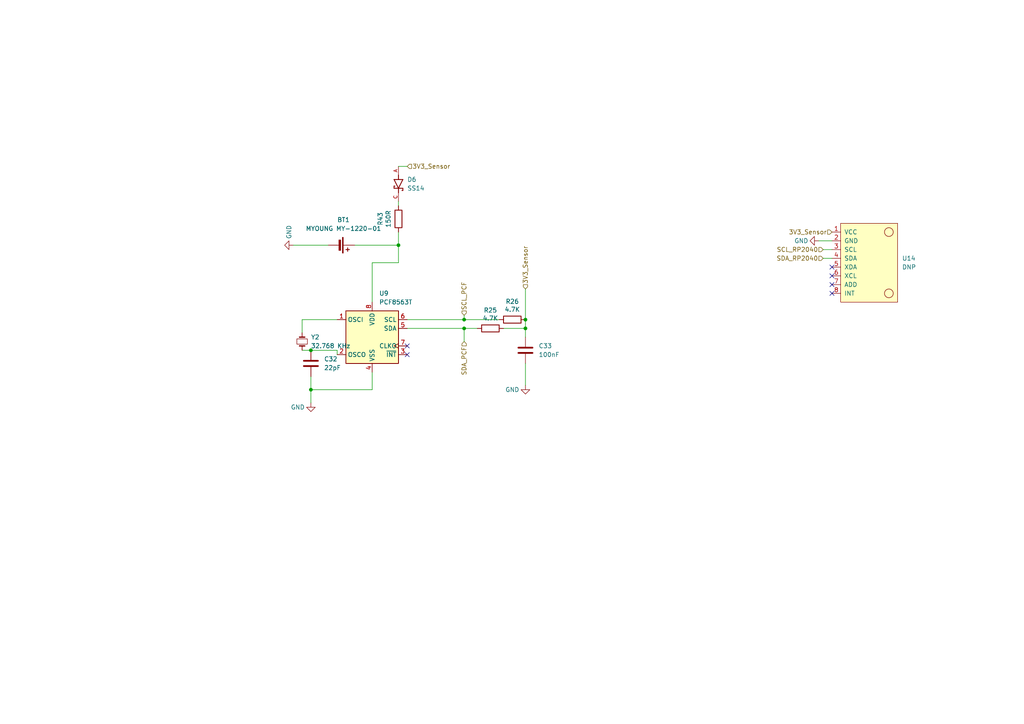
<source format=kicad_sch>
(kicad_sch (version 20231120) (generator "eeschema") (generator_version "8.0")
  (paper "A4")
  (lib_symbols
    (symbol "Device:Battery_Cell" (pin_numbers hide) (pin_names (offset 0) hide)
      (property "Reference" "BT" (at 2.54 2.54 0))
      (property "Value" "Battery_Cell" (at 2.54 0 0))
      (symbol "Battery_Cell_0_1"
        (rectangle (start -2.286 1.778) (end 2.286 1.524) (fill (type outline)))
        (rectangle (start -1.524 1.016) (end 1.524 0.508) (fill (type outline)))
        (polyline (pts (xy 0 0.762) (xy 0 0)))
        (polyline (pts (xy 0 1.778) (xy 0 2.54)))
        (polyline (pts (xy 0.762 3.048) (xy 1.778 3.048)) (stroke (width 0.254)))
        (polyline (pts (xy 1.27 3.556) (xy 1.27 2.54)) (stroke (width 0.254)))
      )
      (symbol "Battery_Cell_1_1"
        (pin passive line (at 0 5.08 270) (length 2.54) (name "+") (number "1"))
        (pin passive line (at 0 -2.54 90) (length 2.54) (name "-") (number "2"))
      )
    )
    (symbol "Device:C" (pin_numbers hide) (pin_names (offset 0.254))
      (property "Reference" "C" (at 0.635 2.54 0))
      (property "Value" "C" (at 0.635 -2.54 0))
      (symbol "C_0_1"
        (polyline (pts (xy -2.032 -0.762) (xy 2.032 -0.762)) (stroke (width 0.508)))
        (polyline (pts (xy -2.032 0.762) (xy 2.032 0.762)) (stroke (width 0.508)))
      )
      (symbol "C_1_1"
        (pin passive line (at 0 3.81 270) (length 2.794) (name "~") (number "1"))
        (pin passive line (at 0 -3.81 90) (length 2.794) (name "~") (number "2"))
      )
    )
    (symbol "Device:Crystal_Small" (pin_numbers hide) (pin_names (offset 1.016) hide)
      (property "Reference" "Y" (at 0 2.54 0))
      (property "Value" "Crystal_Small" (at 0 -2.54 0))
      (symbol "Crystal_Small_0_1"
        (rectangle (start -0.762 -1.524) (end 0.762 1.524))
        (polyline (pts (xy -1.27 -0.762) (xy -1.27 0.762)) (stroke (width 0.381)))
        (polyline (pts (xy 1.27 -0.762) (xy 1.27 0.762)) (stroke (width 0.381)))
      )
      (symbol "Crystal_Small_1_1"
        (pin passive line (at -2.54 0 0) (length 1.27) (name "1") (number "1"))
        (pin passive line (at 2.54 0 180) (length 1.27) (name "2") (number "2"))
      )
    )
    (symbol "Device:R" (pin_numbers hide) (pin_names (offset 0))
      (property "Reference" "R" (at 2.032 0 90))
      (property "Value" "R" (at 0 0 90))
      (symbol "R_0_1"
        (rectangle (start -1.016 -2.54) (end 1.016 2.54) (stroke (width 0.254)))
      )
      (symbol "R_1_1"
        (pin passive line (at 0 3.81 270) (length 1.27) (name "~") (number "1"))
        (pin passive line (at 0 -3.81 90) (length 1.27) (name "~") (number "2"))
      )
    )
    (symbol "SS14:SS14" (pin_names (offset 1.016))
      (property "Reference" "D" (at -5.08 2.54 0))
      (property "Value" "SS14" (at -5.08 -3.81 0))
      (symbol "SS14_0_0"
        (polyline (pts (xy -2.54 0) (xy -1.27 0)) (stroke (width 0.254)))
        (polyline (pts (xy -1.27 -1.27) (xy 1.27 0)) (stroke (width 0.254)))
        (polyline (pts (xy -1.27 0) (xy -1.27 -1.27)) (stroke (width 0.254)))
        (polyline (pts (xy -1.27 1.27) (xy -1.27 0)) (stroke (width 0.254)))
        (polyline (pts (xy 0.635 -1.016) (xy 0.635 -1.27)) (stroke (width 0.254)))
        (polyline (pts (xy 1.27 -1.27) (xy 0.635 -1.27)) (stroke (width 0.254)))
        (polyline (pts (xy 1.27 0) (xy -1.27 1.27)) (stroke (width 0.254)))
        (polyline (pts (xy 1.27 0) (xy 1.27 -1.27)) (stroke (width 0.254)))
        (polyline (pts (xy 1.27 1.27) (xy 1.27 0)) (stroke (width 0.254)))
        (polyline (pts (xy 1.905 1.27) (xy 1.27 1.27)) (stroke (width 0.254)))
        (polyline (pts (xy 1.905 1.27) (xy 1.905 1.016)) (stroke (width 0.254)))
        (polyline (pts (xy 2.54 0) (xy 1.27 0)) (stroke (width 0.254)))
        (pin passive line (at -5.08 0 0) (length 2.54) (name "~") (number "A"))
        (pin passive line (at 5.08 0 180) (length 2.54) (name "~") (number "C"))
      )
    )
    (symbol "SensorModule:module_mpu6050" (pin_names (offset 1.016))
      (property "Reference" "U" (at 2.54 21.59 0))
      (property "Value" "module_mpu6050" (at 11.43 -3.81 0))
      (symbol "module_mpu6050_0_1"
        (rectangle (start 2.54 20.32) (end 19.05 -2.54) (fill (type background)))
        (circle (center 16.51 0) (radius 1.27))
        (circle (center 16.51 17.78) (radius 1.27))
      )
      (symbol "module_mpu6050_1_1"
        (pin input line (at 0 17.78 0) (length 2.54) (name "VCC") (number "1"))
        (pin input line (at 0 15.24 0) (length 2.54) (name "GND") (number "2"))
        (pin input line (at 0 12.7 0) (length 2.54) (name "SCL") (number "3"))
        (pin input line (at 0 10.16 0) (length 2.54) (name "SDA") (number "4"))
        (pin input line (at 0 7.62 0) (length 2.54) (name "XDA") (number "5"))
        (pin input line (at 0 5.08 0) (length 2.54) (name "XCL") (number "6"))
        (pin input line (at 0 2.54 0) (length 2.54) (name "ADD") (number "7"))
        (pin input line (at 0 0 0) (length 2.54) (name "INT") (number "8"))
      )
    )
    (symbol "Timer_RTC:PCF8563T"
      (property "Reference" "U" (at -7.62 8.89 0))
      (property "Value" "PCF8563T" (at 2.54 8.89 0))
      (symbol "PCF8563T_0_1"
        (rectangle (start -7.62 7.62) (end 7.62 -7.62) (stroke (width 0.254)) (fill (type background)))
      )
      (symbol "PCF8563T_1_1"
        (pin input line (at -10.16 5.08 0) (length 2.54) (name "OSCI") (number "1"))
        (pin output line (at -10.16 -5.08 0) (length 2.54) (name "OSCO") (number "2"))
        (pin output line (at 10.16 -5.08 180) (length 2.54) (name "~{INT}") (number "3"))
        (pin power_in line (at 0 -10.16 90) (length 2.54) (name "VSS") (number "4"))
        (pin bidirectional line (at 10.16 2.54 180) (length 2.54) (name "SDA") (number "5"))
        (pin input line (at 10.16 5.08 180) (length 2.54) (name "SCL") (number "6"))
        (pin output clock (at 10.16 -2.54 180) (length 2.54) (name "CLKO") (number "7"))
        (pin power_in line (at 0 10.16 270) (length 2.54) (name "VDD") (number "8"))
      )
    )
    (symbol "power:GND" (power) (pin_names (offset 0))
      (property "Value" "GND" (at 0 -3.81 0))
      (symbol "GND_0_1"
        (polyline (pts (xy 0 0) (xy 0 -1.27) (xy 1.27 -1.27) (xy 0 -2.54) (xy -1.27 -1.27) (xy 0 -1.27)))
      )
      (symbol "GND_1_1"
        (pin power_in line (at 0 0 270) (length 0) hide (name "GND") (number "1"))
      )
    )
  )
  (junction (at 115.57 71.12))
  (junction (at 90.17 113.03))
  (junction (at 134.62 92.71))
  (junction (at 152.4 92.71))
  (junction (at 90.17 101.6))
  (junction (at 134.62 95.25))
  (junction (at 152.4 95.25))
  (no_connect (at 241.3 80.01))
  (no_connect (at 241.3 82.55))
  (no_connect (at 118.11 102.87))
  (no_connect (at 118.11 100.33))
  (no_connect (at 241.3 85.09))
  (no_connect (at 241.3 77.47))
  (wire (pts (xy 97.79 92.71) (xy 87.63 92.71)))
  (wire (pts (xy 134.62 91.44) (xy 134.62 92.71)))
  (wire (pts (xy 115.57 76.2) (xy 115.57 71.12)))
  (wire (pts (xy 90.17 101.6) (xy 97.79 101.6)))
  (wire (pts (xy 134.62 95.25) (xy 134.62 99.06)))
  (wire (pts (xy 237.49 69.85) (xy 241.3 69.85)))
  (wire (pts (xy 87.63 101.6) (xy 90.17 101.6)))
  (wire (pts (xy 152.4 92.71) (xy 152.4 95.25)))
  (wire (pts (xy 87.63 92.71) (xy 87.63 96.52)))
  (wire (pts (xy 238.76 72.39) (xy 241.3 72.39)))
  (wire (pts (xy 146.05 95.25) (xy 152.4 95.25)))
  (wire (pts (xy 107.95 107.95) (xy 107.95 113.03)))
  (wire (pts (xy 144.78 92.71) (xy 134.62 92.71)))
  (wire (pts (xy 238.76 74.93) (xy 241.3 74.93)))
  (wire (pts (xy 85.09 71.12) (xy 95.25 71.12)))
  (wire (pts (xy 152.4 83.82) (xy 152.4 92.71)))
  (wire (pts (xy 102.87 71.12) (xy 115.57 71.12)))
  (wire (pts (xy 134.62 92.71) (xy 118.11 92.71)))
  (wire (pts (xy 107.95 76.2) (xy 115.57 76.2)))
  (wire (pts (xy 90.17 116.84) (xy 90.17 113.03)))
  (wire (pts (xy 138.43 95.25) (xy 134.62 95.25)))
  (wire (pts (xy 152.4 95.25) (xy 152.4 97.79)))
  (wire (pts (xy 134.62 95.25) (xy 118.11 95.25)))
  (wire (pts (xy 90.17 113.03) (xy 90.17 109.22)))
  (wire (pts (xy 118.11 48.26) (xy 115.57 48.26)))
  (wire (pts (xy 115.57 67.31) (xy 115.57 71.12)))
  (wire (pts (xy 107.95 113.03) (xy 90.17 113.03)))
  (wire (pts (xy 115.57 59.69) (xy 115.57 58.42)))
  (wire (pts (xy 152.4 105.41) (xy 152.4 111.76)))
  (wire (pts (xy 107.95 87.63) (xy 107.95 76.2)))
  (wire (pts (xy 97.79 101.6) (xy 97.79 102.87)))
  (hierarchical_label "3V3_Sensor" (shape input) (at 241.3 67.31 180))
  (hierarchical_label "3V3_Sensor" (shape input) (at 118.11 48.26 0))
  (hierarchical_label "SDA_RP2040" (shape input) (at 238.76 74.93 180))
  (hierarchical_label "SCL_PCF" (shape input) (at 134.62 91.44 90))
  (hierarchical_label "3V3_Sensor" (shape input) (at 152.4 83.82 90))
  (hierarchical_label "SDA_PCF" (shape input) (at 134.62 99.06 270))
  (hierarchical_label "SCL_RP2040" (shape input) (at 238.76 72.39 180))
  (symbol (lib_id "power:GND") (at 85.09 71.12 270) (unit 1)
    (property "Reference" "#PWR0170" (effects (hide yes)))
    (property "Value" "GND" (at 83.82 67.31 0))
    (instances (project "I2CDevice" (path "" (reference "#PWR0170") (unit 1))) (project "RP2040_minimal" (path "" (reference "#PWR02") (unit 1))))
  )
  (symbol (lib_id "Device:Battery_Cell") (at 97.79 71.12 270) (unit 1)
    (property "Reference" "BT1" (at 99.6315 63.754 90))
    (property "Value" "MYOUNG MY-1220-01" (at 99.6315 66.294 90))
    (property "Footprint" "Camtrack:BS-12-B3AA003" (effects (hide yes)))
    (property "Datasheet" "https://datasheet.lcsc.com/lcsc/2012181809_MYOUNG-MY-1220-01_C964817.pdf" (effects (hide yes)))
    (property "Description" " Battery button -25℃~+85℃ CR1220 Plugin Battery Connectors ROHS " (effects (hide yes)))
  )
  (symbol (lib_id "Device:R") (at 115.57 63.5 0) (unit 1)
    (property "Reference" "R43" (at 110.3122 63.5 90))
    (property "Value" "150R" (at 112.6236 63.5 90))
    (property "Footprint" "Resistor_SMD:R_0603_1608Metric" (effects (hide yes)))
    (instances (project "I2CDevice" (path "" (reference "R43") (unit 1))) (project "RP2040_minimal" (path "" (reference "R2") (unit 1))))
  )
  (symbol (lib_id "Device:R") (at 142.24 95.25 270) (unit 1)
    (property "Reference" "R25" (at 142.24 89.9922 90))
    (property "Value" "4.7K" (at 142.24 92.3036 90))
    (property "Footprint" "Resistor_SMD:R_0603_1608Metric" (effects (hide yes)))
    (instances (project "I2CDevice" (path "" (reference "R25") (unit 1))) (project "RP2040_minimal" (path "" (reference "R3") (unit 1))))
  )
  (symbol (lib_id "power:GND") (at 90.17 116.84 0) (unit 1)
    (property "Reference" "#PWR0171" (effects (hide yes)))
    (property "Value" "GND" (at 86.36 118.11 0))
    (instances (project "I2CDevice" (path "" (reference "#PWR0171") (unit 1))) (project "RP2040_minimal" (path "" (reference "#PWR01") (unit 1))))
  )
  (symbol (lib_id "Device:C") (at 152.4 101.6 0) (unit 1)
    (property "Reference" "C33" (at 156.21 100.3299 0) (effects (justify left)))
    (property "Value" "100nF" (at 156.21 102.8699 0) (effects (justify left)))
    (property "Footprint" "Capacitor_SMD:C_0603_1608Metric" (effects (hide yes)))
    (instances (project "I2CDevice" (path "" (reference "C33") (unit 1))) (project "RP2040_minimal" (path "" (reference "C6") (unit 1))))
  )
  (symbol (lib_id "Device:C") (at 90.17 105.41 0) (unit 1)
    (property "Reference" "C32" (at 93.98 104.1399 0) (effects (justify left)))
    (property "Value" "22pF" (at 93.98 106.6799 0) (effects (justify left)))
    (property "Footprint" "Capacitor_SMD:C_0603_1608Metric" (effects (hide yes)))
    (instances (project "I2CDevice" (path "" (reference "C32") (unit 1))) (project "RP2040_minimal" (path "" (reference "C4") (unit 1))))
  )
  (symbol (lib_id "SS14:SS14") (at 115.57 53.34 270) (unit 1)
    (property "Reference" "D6" (at 118.11 52.0699 90) (effects (justify left)))
    (property "Value" "SS14" (at 118.11 54.6099 90) (effects (justify left)))
    (property "Footprint" "SS14:DIOM4325X250N" (effects (hide yes)))
    (property "STANDARD" "IPC-7351B" (effects (hide yes)))
    (property "MAXIMUM_PACKAGE_HEIGHT" "2.5 mm" (effects (hide yes)))
    (property "MANUFACTURER" "Taiwan Semiconductor" (effects (hide yes)))
    (property "PARTREV" "O2102" (effects (hide yes)))
  )
  (symbol (lib_id "power:GND") (at 152.4 111.76 0) (unit 1)
    (property "Reference" "#PWR0172" (effects (hide yes)))
    (property "Value" "GND" (at 148.59 113.03 0))
    (instances (project "I2CDevice" (path "" (reference "#PWR0172") (unit 1))) (project "RP2040_minimal" (path "" (reference "#PWR08") (unit 1))))
  )
  (symbol (lib_id "Device:R") (at 148.59 92.71 270) (unit 1)
    (property "Reference" "R26" (at 148.59 87.4522 90))
    (property "Value" "4.7K" (at 148.59 89.7636 90))
    (property "Footprint" "Resistor_SMD:R_0603_1608Metric" (effects (hide yes)))
    (instances (project "I2CDevice" (path "" (reference "R26") (unit 1))) (project "RP2040_minimal" (path "" (reference "R4") (unit 1))))
  )
  (symbol (lib_id "Timer_RTC:PCF8563T") (at 107.95 97.79 0) (unit 1)
    (property "Reference" "U9" (at 109.9694 85.09 0) (effects (justify left)))
    (property "Value" "PCF8563T" (at 109.9694 87.63 0) (effects (justify left)))
    (property "Footprint" "Package_SO:SOIC-8_3.9x4.9mm_P1.27mm" (effects (hide yes)))
    (property "Datasheet" "https://assets.nexperia.com/documents/data-sheet/PCF8563.pdf" (effects (hide yes)))
    (instances (project "I2CDevice" (path "" (reference "U9") (unit 1))) (project "RP2040_minimal" (path "" (reference "U6") (unit 1))))
  )
  (symbol (lib_id "Device:Crystal_Small") (at 87.63 99.06 90) (unit 1)
    (property "Reference" "Y2" (at 90.17 97.7899 90) (effects (justify right)))
    (property "Value" "32.768 KHz" (at 90.17 100.3299 90) (effects (justify right)))
    (property "Footprint" "Crystal:Crystal_AT310_D3.0mm_L10.0mm_Horizontal" (effects (hide yes)))
    (property "MPN" "CFS20632768DZFB" (effects (hide yes)))
  )
  (symbol (lib_id "power:GND") (at 237.49 69.85 270) (unit 1)
    (property "Reference" "#PWR018" (effects (hide yes)))
    (property "Value" "GND" (at 232.41 69.85 90))
  )
  (symbol (lib_id "SensorModule:module_mpu6050") (at 241.3 85.09 0) (unit 1)
    (property "Reference" "U14" (at 261.62 74.93 0) (effects (justify left)))
    (property "Value" "DNP" (at 261.62 77.47 0) (effects (justify left)))
    (property "Footprint" "SensorModules:module_mpu6050" (effects (hide yes)))
    (instances (project "I2CDevice" (path "" (reference "U14") (unit 1))) (project "RP2040_minimal" (path "" (reference "U9") (unit 1))))
  )
)
</source>
